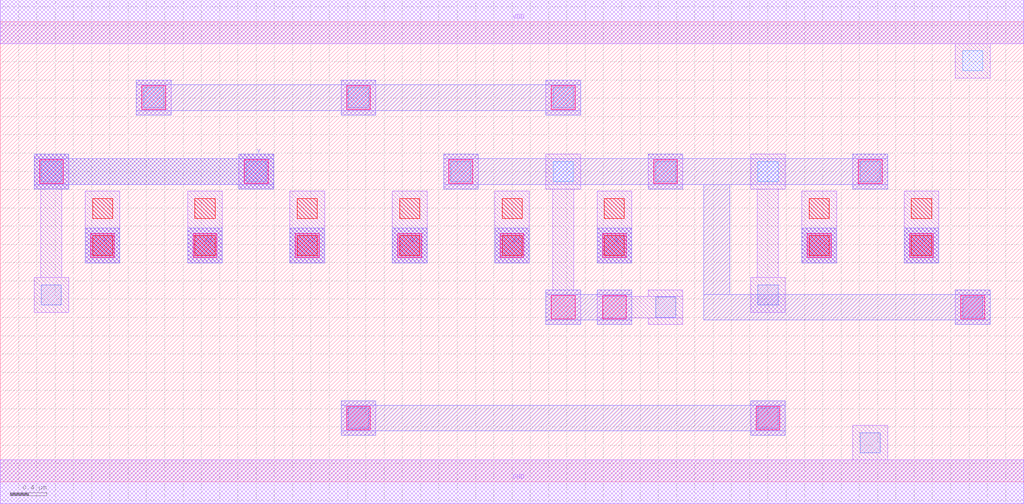
<source format=lef>
MACRO AAOAOI3311
 CLASS CORE ;
 FOREIGN AAOAOI3311 0 0 ;
 SIZE 11.200000000000001 BY 5.04 ;
 ORIGIN 0 0 ;
 SYMMETRY X Y R90 ;
 SITE unit ;
  PIN VDD
   DIRECTION INOUT ;
   USE POWER ;
   SHAPE ABUTMENT ;
    PORT
     CLASS CORE ;
       LAYER met1 ;
        RECT 0.00000000 4.80000000 11.20000000 5.28000000 ;
    END
  END VDD

  PIN GND
   DIRECTION INOUT ;
   USE POWER ;
   SHAPE ABUTMENT ;
    PORT
     CLASS CORE ;
       LAYER met1 ;
        RECT 0.00000000 -0.24000000 11.20000000 0.24000000 ;
    END
  END GND

  PIN Y
   DIRECTION INOUT ;
   USE SIGNAL ;
   SHAPE ABUTMENT ;
    PORT
     CLASS CORE ;
       LAYER met2 ;
        RECT 0.37000000 3.20700000 0.75000000 3.25700000 ;
        RECT 2.61000000 3.20700000 2.99000000 3.25700000 ;
        RECT 0.37000000 3.25700000 2.99000000 3.53700000 ;
        RECT 0.37000000 3.53700000 0.75000000 3.58700000 ;
        RECT 2.61000000 3.53700000 2.99000000 3.58700000 ;
    END
  END Y

  PIN B
   DIRECTION INOUT ;
   USE SIGNAL ;
   SHAPE ABUTMENT ;
    PORT
     CLASS CORE ;
       LAYER met2 ;
        RECT 6.53000000 2.39700000 6.91000000 2.77700000 ;
    END
  END B

  PIN C
   DIRECTION INOUT ;
   USE SIGNAL ;
   SHAPE ABUTMENT ;
    PORT
     CLASS CORE ;
       LAYER met2 ;
        RECT 8.77000000 2.39700000 9.15000000 2.77700000 ;
    END
  END C

  PIN B1
   DIRECTION INOUT ;
   USE SIGNAL ;
   SHAPE ABUTMENT ;
    PORT
     CLASS CORE ;
       LAYER met2 ;
        RECT 5.41000000 2.39700000 5.79000000 2.77700000 ;
    END
  END B1

  PIN A2
   DIRECTION INOUT ;
   USE SIGNAL ;
   SHAPE ABUTMENT ;
    PORT
     CLASS CORE ;
       LAYER met2 ;
        RECT 3.17000000 2.39700000 3.55000000 2.77700000 ;
    END
  END A2

  PIN B2
   DIRECTION INOUT ;
   USE SIGNAL ;
   SHAPE ABUTMENT ;
    PORT
     CLASS CORE ;
       LAYER met2 ;
        RECT 4.29000000 2.39700000 4.67000000 2.77700000 ;
    END
  END B2

  PIN A
   DIRECTION INOUT ;
   USE SIGNAL ;
   SHAPE ABUTMENT ;
    PORT
     CLASS CORE ;
       LAYER met2 ;
        RECT 0.93000000 2.39700000 1.31000000 2.77700000 ;
    END
  END A

  PIN A1
   DIRECTION INOUT ;
   USE SIGNAL ;
   SHAPE ABUTMENT ;
    PORT
     CLASS CORE ;
       LAYER met2 ;
        RECT 2.05000000 2.39700000 2.43000000 2.77700000 ;
    END
  END A1

  PIN D
   DIRECTION INOUT ;
   USE SIGNAL ;
   SHAPE ABUTMENT ;
    PORT
     CLASS CORE ;
       LAYER met2 ;
        RECT 9.89000000 2.39700000 10.27000000 2.77700000 ;
    END
  END D

 OBS
    LAYER polycont ;
     RECT 1.01000000 2.47700000 1.23000000 2.69700000 ;
     RECT 2.13000000 2.47700000 2.35000000 2.69700000 ;
     RECT 3.25000000 2.47700000 3.47000000 2.69700000 ;
     RECT 4.37000000 2.47700000 4.59000000 2.69700000 ;
     RECT 5.49000000 2.47700000 5.71000000 2.69700000 ;
     RECT 6.61000000 2.47700000 6.83000000 2.69700000 ;
     RECT 8.85000000 2.47700000 9.07000000 2.69700000 ;
     RECT 9.97000000 2.47700000 10.19000000 2.69700000 ;
     RECT 1.01000000 2.88200000 1.23000000 3.10200000 ;
     RECT 2.13000000 2.88200000 2.35000000 3.10200000 ;
     RECT 3.25000000 2.88200000 3.47000000 3.10200000 ;
     RECT 4.37000000 2.88200000 4.59000000 3.10200000 ;
     RECT 5.49000000 2.88200000 5.71000000 3.10200000 ;
     RECT 6.61000000 2.88200000 6.83000000 3.10200000 ;
     RECT 8.85000000 2.88200000 9.07000000 3.10200000 ;
     RECT 9.97000000 2.88200000 10.19000000 3.10200000 ;

    LAYER pdiffc ;
     RECT 0.45000000 3.28700000 0.67000000 3.50700000 ;
     RECT 2.69000000 3.28700000 2.91000000 3.50700000 ;
     RECT 4.93000000 3.28700000 5.15000000 3.50700000 ;
     RECT 6.05000000 3.28700000 6.27000000 3.50700000 ;
     RECT 7.17000000 3.28700000 7.39000000 3.50700000 ;
     RECT 8.29000000 3.28700000 8.51000000 3.50700000 ;
     RECT 9.41000000 3.28700000 9.63000000 3.50700000 ;
     RECT 1.57000000 4.09700000 1.79000000 4.31700000 ;
     RECT 3.81000000 4.09700000 4.03000000 4.31700000 ;
     RECT 6.05000000 4.09700000 6.27000000 4.31700000 ;
     RECT 10.53000000 4.50200000 10.75000000 4.72200000 ;

    LAYER ndiffc ;
     RECT 9.41000000 0.31700000 9.63000000 0.53700000 ;
     RECT 3.81000000 0.58700000 4.03000000 0.80700000 ;
     RECT 8.29000000 0.58700000 8.51000000 0.80700000 ;
     RECT 7.17000000 1.80200000 7.39000000 2.02200000 ;
     RECT 10.53000000 1.80200000 10.75000000 2.02200000 ;
     RECT 0.45000000 1.93700000 0.67000000 2.15700000 ;
     RECT 8.29000000 1.93700000 8.51000000 2.15700000 ;

    LAYER met1 ;
     RECT 0.00000000 -0.24000000 11.20000000 0.24000000 ;
     RECT 9.33000000 0.24000000 9.71000000 0.61700000 ;
     RECT 3.73000000 0.50700000 4.11000000 0.88700000 ;
     RECT 8.21000000 0.50700000 8.59000000 0.88700000 ;
     RECT 6.53000000 1.72200000 6.91000000 1.79700000 ;
     RECT 7.09000000 1.72200000 7.47000000 1.79700000 ;
     RECT 6.53000000 1.79700000 7.47000000 2.02700000 ;
     RECT 6.53000000 2.02700000 6.91000000 2.10200000 ;
     RECT 7.09000000 2.02700000 7.47000000 2.10200000 ;
     RECT 10.45000000 1.72200000 10.83000000 2.10200000 ;
     RECT 0.93000000 2.39700000 1.31000000 3.18200000 ;
     RECT 2.05000000 2.39700000 2.43000000 3.18200000 ;
     RECT 3.17000000 2.39700000 3.55000000 3.18200000 ;
     RECT 4.29000000 2.39700000 4.67000000 3.18200000 ;
     RECT 5.41000000 2.39700000 5.79000000 3.18200000 ;
     RECT 6.53000000 2.39700000 6.91000000 3.18200000 ;
     RECT 8.77000000 2.39700000 9.15000000 3.18200000 ;
     RECT 9.89000000 2.39700000 10.27000000 3.18200000 ;
     RECT 0.37000000 1.85700000 0.75000000 2.23700000 ;
     RECT 0.44500000 2.23700000 0.67500000 3.20700000 ;
     RECT 0.37000000 3.20700000 0.75000000 3.58700000 ;
     RECT 2.61000000 3.20700000 2.99000000 3.58700000 ;
     RECT 4.85000000 3.20700000 5.23000000 3.58700000 ;
     RECT 5.97000000 1.72200000 6.35000000 2.10200000 ;
     RECT 6.04500000 2.10200000 6.27500000 3.20700000 ;
     RECT 5.97000000 3.20700000 6.35000000 3.58700000 ;
     RECT 7.09000000 3.20700000 7.47000000 3.58700000 ;
     RECT 8.21000000 1.85700000 8.59000000 2.23700000 ;
     RECT 8.28500000 2.23700000 8.51500000 3.20700000 ;
     RECT 8.21000000 3.20700000 8.59000000 3.58700000 ;
     RECT 9.33000000 3.20700000 9.71000000 3.58700000 ;
     RECT 1.49000000 4.01700000 1.87000000 4.39700000 ;
     RECT 3.73000000 4.01700000 4.11000000 4.39700000 ;
     RECT 5.97000000 4.01700000 6.35000000 4.39700000 ;
     RECT 10.45000000 4.42200000 10.83000000 4.80000000 ;
     RECT 0.00000000 4.80000000 11.20000000 5.28000000 ;

    LAYER via1 ;
     RECT 3.79000000 0.56700000 4.05000000 0.82700000 ;
     RECT 8.27000000 0.56700000 8.53000000 0.82700000 ;
     RECT 6.03000000 1.78200000 6.29000000 2.04200000 ;
     RECT 6.59000000 1.78200000 6.85000000 2.04200000 ;
     RECT 10.51000000 1.78200000 10.77000000 2.04200000 ;
     RECT 0.99000000 2.45700000 1.25000000 2.71700000 ;
     RECT 2.11000000 2.45700000 2.37000000 2.71700000 ;
     RECT 3.23000000 2.45700000 3.49000000 2.71700000 ;
     RECT 4.35000000 2.45700000 4.61000000 2.71700000 ;
     RECT 5.47000000 2.45700000 5.73000000 2.71700000 ;
     RECT 6.59000000 2.45700000 6.85000000 2.71700000 ;
     RECT 8.83000000 2.45700000 9.09000000 2.71700000 ;
     RECT 9.95000000 2.45700000 10.21000000 2.71700000 ;
     RECT 0.43000000 3.26700000 0.69000000 3.52700000 ;
     RECT 2.67000000 3.26700000 2.93000000 3.52700000 ;
     RECT 4.91000000 3.26700000 5.17000000 3.52700000 ;
     RECT 7.15000000 3.26700000 7.41000000 3.52700000 ;
     RECT 9.39000000 3.26700000 9.65000000 3.52700000 ;
     RECT 1.55000000 4.07700000 1.81000000 4.33700000 ;
     RECT 3.79000000 4.07700000 4.05000000 4.33700000 ;
     RECT 6.03000000 4.07700000 6.29000000 4.33700000 ;

    LAYER met2 ;
     RECT 3.73000000 0.50700000 4.11000000 0.55700000 ;
     RECT 8.21000000 0.50700000 8.59000000 0.55700000 ;
     RECT 3.73000000 0.55700000 8.59000000 0.83700000 ;
     RECT 3.73000000 0.83700000 4.11000000 0.88700000 ;
     RECT 8.21000000 0.83700000 8.59000000 0.88700000 ;
     RECT 5.97000000 1.72200000 6.35000000 1.77200000 ;
     RECT 6.53000000 1.72200000 6.91000000 1.77200000 ;
     RECT 5.97000000 1.77200000 6.91000000 2.05200000 ;
     RECT 5.97000000 2.05200000 6.35000000 2.10200000 ;
     RECT 6.53000000 2.05200000 6.91000000 2.10200000 ;
     RECT 0.93000000 2.39700000 1.31000000 2.77700000 ;
     RECT 2.05000000 2.39700000 2.43000000 2.77700000 ;
     RECT 3.17000000 2.39700000 3.55000000 2.77700000 ;
     RECT 4.29000000 2.39700000 4.67000000 2.77700000 ;
     RECT 5.41000000 2.39700000 5.79000000 2.77700000 ;
     RECT 6.53000000 2.39700000 6.91000000 2.77700000 ;
     RECT 8.77000000 2.39700000 9.15000000 2.77700000 ;
     RECT 9.89000000 2.39700000 10.27000000 2.77700000 ;
     RECT 0.37000000 3.20700000 0.75000000 3.25700000 ;
     RECT 2.61000000 3.20700000 2.99000000 3.25700000 ;
     RECT 0.37000000 3.25700000 2.99000000 3.53700000 ;
     RECT 0.37000000 3.53700000 0.75000000 3.58700000 ;
     RECT 2.61000000 3.53700000 2.99000000 3.58700000 ;
     RECT 10.45000000 1.72200000 10.83000000 1.77200000 ;
     RECT 7.70000000 1.77200000 10.83000000 2.05200000 ;
     RECT 10.45000000 2.05200000 10.83000000 2.10200000 ;
     RECT 4.85000000 3.20700000 5.23000000 3.25700000 ;
     RECT 7.09000000 3.20700000 7.47000000 3.25700000 ;
     RECT 7.70000000 2.05200000 7.98000000 3.25700000 ;
     RECT 9.33000000 3.20700000 9.71000000 3.25700000 ;
     RECT 4.85000000 3.25700000 9.71000000 3.53700000 ;
     RECT 4.85000000 3.53700000 5.23000000 3.58700000 ;
     RECT 7.09000000 3.53700000 7.47000000 3.58700000 ;
     RECT 9.33000000 3.53700000 9.71000000 3.58700000 ;
     RECT 1.49000000 4.01700000 1.87000000 4.06700000 ;
     RECT 3.73000000 4.01700000 4.11000000 4.06700000 ;
     RECT 5.97000000 4.01700000 6.35000000 4.06700000 ;
     RECT 1.49000000 4.06700000 6.35000000 4.34700000 ;
     RECT 1.49000000 4.34700000 1.87000000 4.39700000 ;
     RECT 3.73000000 4.34700000 4.11000000 4.39700000 ;
     RECT 5.97000000 4.34700000 6.35000000 4.39700000 ;

 END
END AAOAOI3311

</source>
